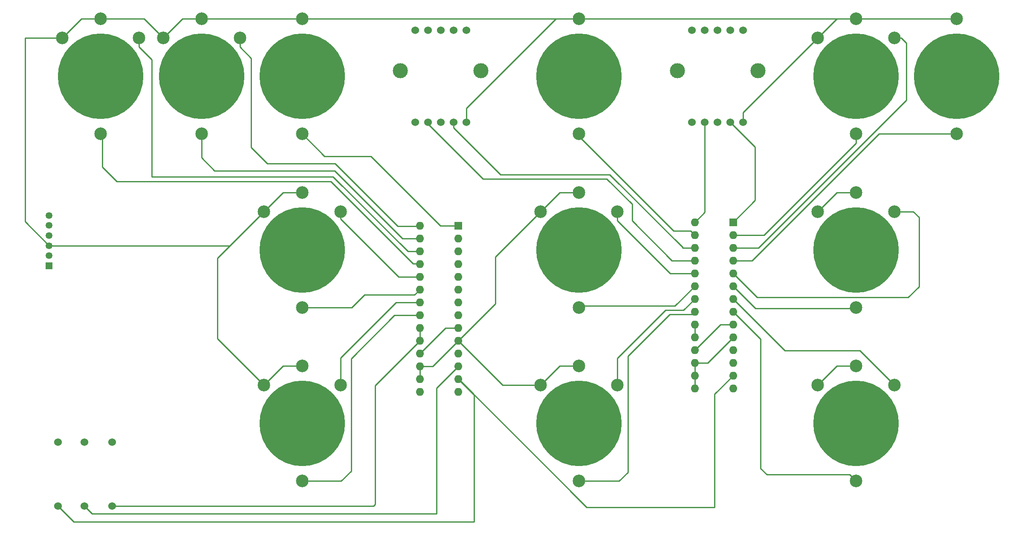
<source format=gbr>
G04 #@! TF.FileFunction,Copper,L2,Bot,Signal*
%FSLAX46Y46*%
G04 Gerber Fmt 4.6, Leading zero omitted, Abs format (unit mm)*
G04 Created by KiCad (PCBNEW 4.0.7) date 08/09/18 13:01:09*
%MOMM*%
%LPD*%
G01*
G04 APERTURE LIST*
%ADD10C,0.100000*%
%ADD11R,1.600000X1.600000*%
%ADD12O,1.600000X1.600000*%
%ADD13R,1.350000X1.350000*%
%ADD14C,1.350000*%
%ADD15C,1.524000*%
%ADD16C,17.000000*%
%ADD17C,2.500000*%
%ADD18C,3.000000*%
%ADD19C,0.250000*%
G04 APERTURE END LIST*
D10*
D11*
X104270000Y-88500000D03*
D12*
X96650000Y-121520000D03*
X104270000Y-91040000D03*
X96650000Y-118980000D03*
X104270000Y-93580000D03*
X96650000Y-116440000D03*
X104270000Y-96120000D03*
X96650000Y-113900000D03*
X104270000Y-98660000D03*
X96650000Y-111360000D03*
X104270000Y-101200000D03*
X96650000Y-108820000D03*
X104270000Y-103740000D03*
X96650000Y-106280000D03*
X104270000Y-106280000D03*
X96650000Y-103740000D03*
X104270000Y-108820000D03*
X96650000Y-101200000D03*
X104270000Y-111360000D03*
X96650000Y-98660000D03*
X104270000Y-113900000D03*
X96650000Y-96120000D03*
X104270000Y-116440000D03*
X96650000Y-93580000D03*
X104270000Y-118980000D03*
X96650000Y-91040000D03*
X104270000Y-121520000D03*
X96650000Y-88500000D03*
D13*
X23023358Y-96439158D03*
D14*
X23023358Y-94439158D03*
X23023358Y-92439158D03*
X23023358Y-90439158D03*
X23023358Y-88439158D03*
X23023358Y-86439158D03*
D15*
X35573358Y-131539158D03*
X35573358Y-144239158D03*
X30073358Y-131539158D03*
X30073358Y-144239158D03*
X24823358Y-131539158D03*
X24823358Y-144239158D03*
D16*
X73300000Y-93300000D03*
D17*
X73300000Y-81870000D03*
X80920000Y-85680000D03*
X65680000Y-85680000D03*
X73300000Y-104730000D03*
D16*
X73300000Y-127800000D03*
D17*
X73300000Y-116370000D03*
X80920000Y-120180000D03*
X65680000Y-120180000D03*
X73300000Y-139230000D03*
D16*
X33300000Y-58800000D03*
D17*
X33300000Y-47370000D03*
X40920000Y-51180000D03*
X25680000Y-51180000D03*
X33300000Y-70230000D03*
D16*
X53300000Y-58800000D03*
D17*
X53300000Y-47370000D03*
X60920000Y-51180000D03*
X45680000Y-51180000D03*
X53300000Y-70230000D03*
D16*
X128300000Y-93300000D03*
D17*
X128300000Y-81870000D03*
X135920000Y-85680000D03*
X120680000Y-85680000D03*
X128300000Y-104730000D03*
D16*
X128300000Y-127800000D03*
D17*
X128300000Y-116370000D03*
X135920000Y-120180000D03*
X120680000Y-120180000D03*
X128300000Y-139230000D03*
D16*
X183300000Y-93300000D03*
D17*
X183300000Y-81870000D03*
X190920000Y-85680000D03*
X175680000Y-85680000D03*
X183300000Y-104730000D03*
D16*
X183300000Y-127800000D03*
D17*
X183300000Y-116370000D03*
X190920000Y-120180000D03*
X175680000Y-120180000D03*
X183300000Y-139230000D03*
D16*
X183300000Y-58800000D03*
D17*
X183300000Y-47370000D03*
X190920000Y-51180000D03*
X175680000Y-51180000D03*
X183300000Y-70230000D03*
D15*
X100800000Y-49650000D03*
X103340000Y-49650000D03*
X105880000Y-49650000D03*
X98260000Y-49650000D03*
X95720000Y-49650000D03*
X100800000Y-67950000D03*
X103340000Y-67950000D03*
X105880000Y-67950000D03*
X98260000Y-67950000D03*
X95720000Y-67950000D03*
D18*
X108800000Y-57700000D03*
X92800000Y-57700000D03*
D15*
X155800000Y-49650000D03*
X158340000Y-49650000D03*
X160880000Y-49650000D03*
X153260000Y-49650000D03*
X150720000Y-49650000D03*
X155800000Y-67950000D03*
X158340000Y-67950000D03*
X160880000Y-67950000D03*
X153260000Y-67950000D03*
X150720000Y-67950000D03*
D18*
X163800000Y-57700000D03*
X147800000Y-57700000D03*
D16*
X203300000Y-58800000D03*
D17*
X203300000Y-47370000D03*
X203300000Y-70230000D03*
D16*
X73300000Y-58800000D03*
D17*
X73300000Y-47370000D03*
X73300000Y-70230000D03*
D16*
X128300000Y-58800000D03*
D17*
X128300000Y-47370000D03*
X128300000Y-70230000D03*
D11*
X158870000Y-87780000D03*
D12*
X151250000Y-120800000D03*
X158870000Y-90320000D03*
X151250000Y-118260000D03*
X158870000Y-92860000D03*
X151250000Y-115720000D03*
X158870000Y-95400000D03*
X151250000Y-113180000D03*
X158870000Y-97940000D03*
X151250000Y-110640000D03*
X158870000Y-100480000D03*
X151250000Y-108100000D03*
X158870000Y-103020000D03*
X151250000Y-105560000D03*
X158870000Y-105560000D03*
X151250000Y-103020000D03*
X158870000Y-108100000D03*
X151250000Y-100480000D03*
X158870000Y-110640000D03*
X151250000Y-97940000D03*
X158870000Y-113180000D03*
X151250000Y-95400000D03*
X158870000Y-115720000D03*
X151250000Y-92860000D03*
X158870000Y-118260000D03*
X151250000Y-90320000D03*
X158870000Y-120800000D03*
X151250000Y-87780000D03*
D19*
X87750000Y-143900000D02*
X87410842Y-144239158D01*
X87410842Y-144239158D02*
X35573358Y-144239158D01*
X96650000Y-111360000D02*
X87750000Y-120260000D01*
X87750000Y-120260000D02*
X87750000Y-143900000D01*
X96650000Y-108820000D02*
X96650000Y-111360000D01*
X151250000Y-108100000D02*
X151250000Y-110640000D01*
X96650000Y-116440000D02*
X96650000Y-118980000D01*
X151250000Y-118260000D02*
X151250000Y-120800000D01*
X151250000Y-115720000D02*
X151250000Y-118260000D01*
X111650000Y-94710000D02*
X111650000Y-103980000D01*
X111650000Y-103980000D02*
X104270000Y-111360000D01*
X120680000Y-85680000D02*
X111650000Y-94710000D01*
X120680000Y-120180000D02*
X113090000Y-120180000D01*
X113090000Y-120180000D02*
X104270000Y-111360000D01*
X65680000Y-85680000D02*
X56450000Y-94910000D01*
X56450000Y-94910000D02*
X56450000Y-110950000D01*
X56450000Y-110950000D02*
X65680000Y-120180000D01*
X23023358Y-92439158D02*
X58920842Y-92439158D01*
X58920842Y-92439158D02*
X65680000Y-85680000D01*
X105880000Y-67950000D02*
X105880000Y-65147719D01*
X105880000Y-65147719D02*
X123657719Y-47370000D01*
X123657719Y-47370000D02*
X128300000Y-47370000D01*
X160880000Y-67950000D02*
X160880000Y-65980000D01*
X160880000Y-65980000D02*
X175680000Y-51180000D01*
X175680000Y-51180000D02*
X179490000Y-47370000D01*
X179490000Y-47370000D02*
X183300000Y-47370000D01*
X65680000Y-85680000D02*
X69490000Y-81870000D01*
X69490000Y-81870000D02*
X73300000Y-81870000D01*
X120680000Y-85680000D02*
X124490000Y-81870000D01*
X124490000Y-81870000D02*
X128300000Y-81870000D01*
X175680000Y-85680000D02*
X179490000Y-81870000D01*
X179490000Y-81870000D02*
X183300000Y-81870000D01*
X175680000Y-120180000D02*
X179490000Y-116370000D01*
X179490000Y-116370000D02*
X183300000Y-116370000D01*
X203300000Y-47370000D02*
X203338882Y-47408882D01*
X25680000Y-51180000D02*
X18250000Y-51180000D01*
X18250000Y-51180000D02*
X18250000Y-87665800D01*
X18250000Y-87665800D02*
X23023358Y-92439158D01*
X151250000Y-115720000D02*
X153790000Y-115720000D01*
X153790000Y-115720000D02*
X158870000Y-110640000D01*
X120680000Y-120180000D02*
X124490000Y-116370000D01*
X124490000Y-116370000D02*
X128300000Y-116370000D01*
X96650000Y-116440000D02*
X99190000Y-116440000D01*
X99190000Y-116440000D02*
X104270000Y-111360000D01*
X65680000Y-120180000D02*
X69490000Y-116370000D01*
X69490000Y-116370000D02*
X73300000Y-116370000D01*
X183300000Y-47370000D02*
X203300000Y-47370000D01*
X128300000Y-47370000D02*
X183300000Y-47370000D01*
X73300000Y-47370000D02*
X128300000Y-47370000D01*
X53300000Y-47370000D02*
X73300000Y-47370000D01*
X45680000Y-51180000D02*
X49490000Y-47370000D01*
X49490000Y-47370000D02*
X53300000Y-47370000D01*
X33300000Y-47370000D02*
X41870000Y-47370000D01*
X41870000Y-47370000D02*
X45680000Y-51180000D01*
X25680000Y-51180000D02*
X29490000Y-47370000D01*
X29490000Y-47370000D02*
X33300000Y-47370000D01*
X160880000Y-67950000D02*
X160900000Y-67950000D01*
X105880000Y-67950000D02*
X105880000Y-67720000D01*
X182980000Y-81550000D02*
X183300000Y-81870000D01*
X183120000Y-116550000D02*
X183300000Y-116370000D01*
X128230000Y-116300000D02*
X128300000Y-116370000D01*
X128120000Y-82050000D02*
X128300000Y-81870000D01*
X104270000Y-108820000D02*
X101730000Y-108820000D01*
X101730000Y-108820000D02*
X96650000Y-113900000D01*
X158870000Y-108100000D02*
X156330000Y-108100000D01*
X156330000Y-108100000D02*
X151250000Y-113180000D01*
X30073358Y-144239158D02*
X31606508Y-145772308D01*
X31606508Y-145772308D02*
X99941379Y-145772308D01*
X99941379Y-145772308D02*
X99941379Y-120768621D01*
X99941379Y-120768621D02*
X104270000Y-116440000D01*
X104270000Y-118980000D02*
X104363422Y-118980000D01*
X104363422Y-118980000D02*
X129805875Y-144422453D01*
X155222125Y-144422453D02*
X155222125Y-121907875D01*
X129805875Y-144422453D02*
X155222125Y-144422453D01*
X155222125Y-121907875D02*
X158870000Y-118260000D01*
X24823358Y-144239158D02*
X27892655Y-147308455D01*
X27892655Y-147308455D02*
X107412640Y-147308455D01*
X107412640Y-147308455D02*
X107412640Y-122122640D01*
X107412640Y-122122640D02*
X104270000Y-118980000D01*
X203300000Y-70230000D02*
X187838538Y-70230000D01*
X187838538Y-70230000D02*
X162668538Y-95400000D01*
X162668538Y-95400000D02*
X158870000Y-95400000D01*
X73300000Y-70230000D02*
X77754941Y-74684941D01*
X77754941Y-74684941D02*
X86955498Y-74684941D01*
X86955498Y-74684941D02*
X100770557Y-88500000D01*
X100770557Y-88500000D02*
X104270000Y-88500000D01*
X128300000Y-70230000D02*
X128433883Y-70363883D01*
X150450001Y-89520001D02*
X151250000Y-90320000D01*
X128433883Y-70363883D02*
X128433883Y-70869162D01*
X147084722Y-89520001D02*
X150450001Y-89520001D01*
X128433883Y-70869162D02*
X147084722Y-89520001D01*
X80920000Y-85680000D02*
X80920000Y-87155279D01*
X80920000Y-87155279D02*
X92424721Y-98660000D01*
X92424721Y-98660000D02*
X96650000Y-98660000D01*
X73300000Y-104730000D02*
X83164711Y-104730000D01*
X83164711Y-104730000D02*
X85650399Y-102244312D01*
X85650399Y-102244312D02*
X95605688Y-102244312D01*
X95605688Y-102244312D02*
X96650000Y-101200000D01*
X80920000Y-120180000D02*
X80920000Y-114722831D01*
X80920000Y-114722831D02*
X91902831Y-103740000D01*
X91902831Y-103740000D02*
X96650000Y-103740000D01*
X73300000Y-139230000D02*
X81041617Y-139230000D01*
X83015978Y-114890611D02*
X91626589Y-106280000D01*
X81041617Y-139230000D02*
X83015978Y-137255639D01*
X83015978Y-137255639D02*
X83015978Y-114890611D01*
X91626589Y-106280000D02*
X96650000Y-106280000D01*
X33300000Y-70230000D02*
X33609303Y-70539303D01*
X33609303Y-70539303D02*
X33609303Y-76836502D01*
X96603252Y-96073252D02*
X96650000Y-96120000D01*
X33609303Y-76836502D02*
X36507035Y-79734234D01*
X78995464Y-79734234D02*
X95334482Y-96073252D01*
X36507035Y-79734234D02*
X78995464Y-79734234D01*
X95334482Y-96073252D02*
X96603252Y-96073252D01*
X60920000Y-51180000D02*
X60920000Y-52947766D01*
X60920000Y-52947766D02*
X63180132Y-55207898D01*
X63180132Y-55207898D02*
X63180132Y-72904406D01*
X63180132Y-72904406D02*
X66392077Y-76116351D01*
X66392077Y-76116351D02*
X79798450Y-76116351D01*
X79798450Y-76116351D02*
X92262188Y-88580089D01*
X92262188Y-88580089D02*
X96569911Y-88580089D01*
X96569911Y-88580089D02*
X96650000Y-88500000D01*
X53300000Y-70230000D02*
X53300000Y-74986229D01*
X53300000Y-74986229D02*
X55848522Y-77534751D01*
X55848522Y-77534751D02*
X79728625Y-77534751D01*
X79728625Y-77534751D02*
X93204823Y-91010949D01*
X93204823Y-91010949D02*
X96620949Y-91010949D01*
X96620949Y-91010949D02*
X96650000Y-91040000D01*
X135920000Y-85680000D02*
X135920000Y-87447766D01*
X146412234Y-97940000D02*
X151250000Y-97940000D01*
X135920000Y-87447766D02*
X146412234Y-97940000D01*
X128300000Y-104730000D02*
X128648536Y-104381464D01*
X128648536Y-104381464D02*
X147348536Y-104381464D01*
X147348536Y-104381464D02*
X151250000Y-100480000D01*
X135920000Y-120180000D02*
X135920000Y-114816430D01*
X135920000Y-114816430D02*
X145481260Y-105255170D01*
X145481260Y-105255170D02*
X149014830Y-105255170D01*
X149014830Y-105255170D02*
X151250000Y-103020000D01*
X128300000Y-139230000D02*
X128323523Y-139253523D01*
X136230774Y-139253523D02*
X137995737Y-137488560D01*
X137995737Y-137488560D02*
X137995737Y-114390551D01*
X128323523Y-139253523D02*
X136230774Y-139253523D01*
X137995737Y-114390551D02*
X146317668Y-106068620D01*
X146317668Y-106068620D02*
X150741380Y-106068620D01*
X150741380Y-106068620D02*
X151250000Y-105560000D01*
X190920000Y-85680000D02*
X194661766Y-85680000D01*
X194661766Y-85680000D02*
X195790165Y-86808399D01*
X195790165Y-86808399D02*
X195790165Y-100615787D01*
X195790165Y-100615787D02*
X193658823Y-102747129D01*
X193658823Y-102747129D02*
X163677129Y-102747129D01*
X163677129Y-102747129D02*
X158870000Y-97940000D01*
X183300000Y-104730000D02*
X183122803Y-104907197D01*
X183122803Y-104907197D02*
X163297197Y-104907197D01*
X163297197Y-104907197D02*
X158870000Y-100480000D01*
X190920000Y-120180000D02*
X184025687Y-113285687D01*
X184025687Y-113285687D02*
X169135687Y-113285687D01*
X169135687Y-113285687D02*
X158870000Y-103020000D01*
X183300000Y-139230000D02*
X182050001Y-137980001D01*
X182050001Y-137980001D02*
X165576715Y-137980001D01*
X165576715Y-137980001D02*
X164350000Y-136753286D01*
X164350000Y-136753286D02*
X164350000Y-111040000D01*
X164350000Y-111040000D02*
X158870000Y-105560000D01*
X190920000Y-51180000D02*
X192270632Y-51180000D01*
X192270632Y-51180000D02*
X193258369Y-52167737D01*
X193258369Y-63486354D02*
X163884723Y-92860000D01*
X193258369Y-52167737D02*
X193258369Y-63486354D01*
X163884723Y-92860000D02*
X158870000Y-92860000D01*
X183300000Y-70230000D02*
X183300000Y-72054717D01*
X183300000Y-72054717D02*
X165034717Y-90320000D01*
X165034717Y-90320000D02*
X158870000Y-90320000D01*
X103340000Y-67950000D02*
X103340000Y-69027630D01*
X148891092Y-92843986D02*
X148875078Y-92860000D01*
X103340000Y-69027630D02*
X112647421Y-78335051D01*
X112647421Y-78335051D02*
X134382158Y-78335051D01*
X134382158Y-78335051D02*
X148891092Y-92843986D01*
X148875078Y-92860000D02*
X151250000Y-92860000D01*
X98260000Y-67950000D02*
X98260000Y-68226700D01*
X138813627Y-87463627D02*
X146750000Y-95400000D01*
X98260000Y-68226700D02*
X109227939Y-79194639D01*
X109227939Y-79194639D02*
X133805231Y-79194639D01*
X133805231Y-79194639D02*
X138813627Y-84203035D01*
X138813627Y-84203035D02*
X138813627Y-87463627D01*
X146750000Y-95400000D02*
X151250000Y-95400000D01*
X158340000Y-67950000D02*
X163207775Y-72817775D01*
X163207775Y-72817775D02*
X163207775Y-83442225D01*
X163207775Y-83442225D02*
X158870000Y-87780000D01*
X153260000Y-67950000D02*
X153260000Y-85770000D01*
X153260000Y-85770000D02*
X151250000Y-87780000D01*
X40920000Y-51180000D02*
X40920000Y-52947766D01*
X40920000Y-52947766D02*
X43419696Y-55447462D01*
X43419696Y-55447462D02*
X43419696Y-78756686D01*
X43419696Y-78756686D02*
X79449325Y-78756686D01*
X79449325Y-78756686D02*
X94272639Y-93580000D01*
X94272639Y-93580000D02*
X96650000Y-93580000D01*
M02*

</source>
